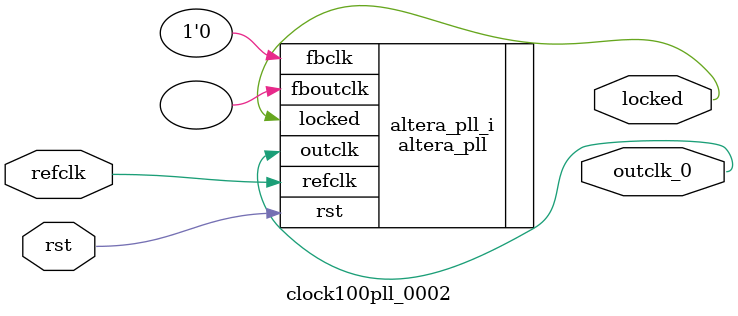
<source format=v>
`timescale 1ns/10ps
module  clock100pll_0002(

	// interface 'refclk'
	input wire refclk,

	// interface 'reset'
	input wire rst,

	// interface 'outclk0'
	output wire outclk_0,

	// interface 'locked'
	output wire locked
);

	altera_pll #(
		.fractional_vco_multiplier("false"),
		.reference_clock_frequency("50.0 MHz"),
		.operation_mode("direct"),
		.number_of_clocks(1),
		.output_clock_frequency0("100.000000 MHz"),
		.phase_shift0("0 ps"),
		.duty_cycle0(50),
		.output_clock_frequency1("0 MHz"),
		.phase_shift1("0 ps"),
		.duty_cycle1(50),
		.output_clock_frequency2("0 MHz"),
		.phase_shift2("0 ps"),
		.duty_cycle2(50),
		.output_clock_frequency3("0 MHz"),
		.phase_shift3("0 ps"),
		.duty_cycle3(50),
		.output_clock_frequency4("0 MHz"),
		.phase_shift4("0 ps"),
		.duty_cycle4(50),
		.output_clock_frequency5("0 MHz"),
		.phase_shift5("0 ps"),
		.duty_cycle5(50),
		.output_clock_frequency6("0 MHz"),
		.phase_shift6("0 ps"),
		.duty_cycle6(50),
		.output_clock_frequency7("0 MHz"),
		.phase_shift7("0 ps"),
		.duty_cycle7(50),
		.output_clock_frequency8("0 MHz"),
		.phase_shift8("0 ps"),
		.duty_cycle8(50),
		.output_clock_frequency9("0 MHz"),
		.phase_shift9("0 ps"),
		.duty_cycle9(50),
		.output_clock_frequency10("0 MHz"),
		.phase_shift10("0 ps"),
		.duty_cycle10(50),
		.output_clock_frequency11("0 MHz"),
		.phase_shift11("0 ps"),
		.duty_cycle11(50),
		.output_clock_frequency12("0 MHz"),
		.phase_shift12("0 ps"),
		.duty_cycle12(50),
		.output_clock_frequency13("0 MHz"),
		.phase_shift13("0 ps"),
		.duty_cycle13(50),
		.output_clock_frequency14("0 MHz"),
		.phase_shift14("0 ps"),
		.duty_cycle14(50),
		.output_clock_frequency15("0 MHz"),
		.phase_shift15("0 ps"),
		.duty_cycle15(50),
		.output_clock_frequency16("0 MHz"),
		.phase_shift16("0 ps"),
		.duty_cycle16(50),
		.output_clock_frequency17("0 MHz"),
		.phase_shift17("0 ps"),
		.duty_cycle17(50),
		.pll_type("General"),
		.pll_subtype("General")
	) altera_pll_i (
		.rst	(rst),
		.outclk	({outclk_0}),
		.locked	(locked),
		.fboutclk	( ),
		.fbclk	(1'b0),
		.refclk	(refclk)
	);
endmodule


</source>
